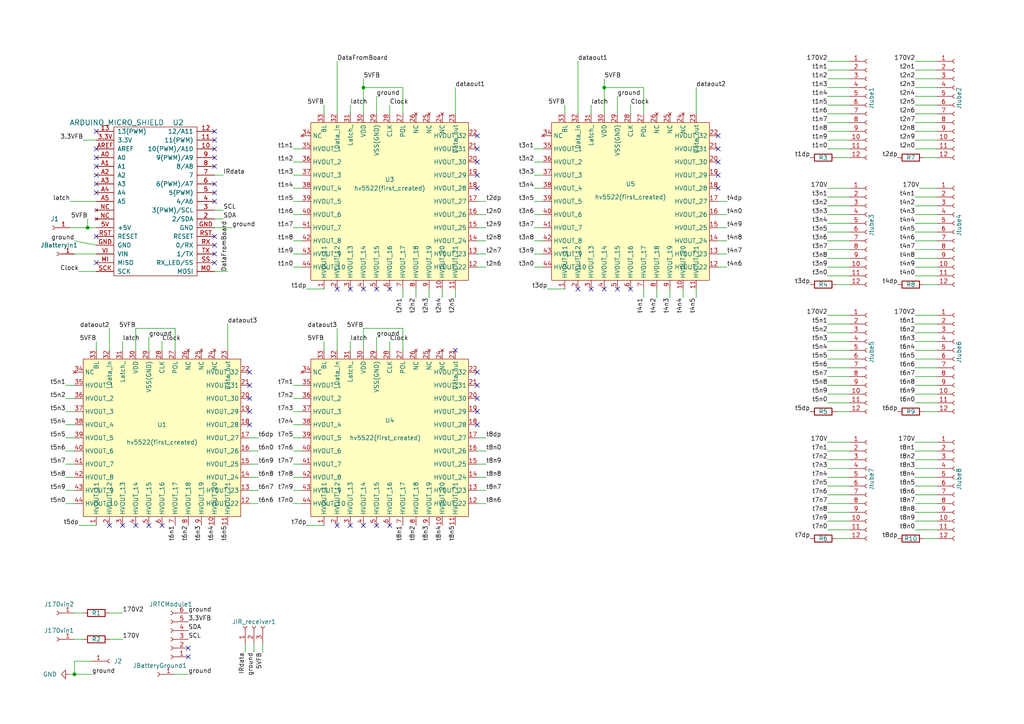
<source format=kicad_sch>
(kicad_sch (version 20211123) (generator eeschema)
  (paper "A4")
  (title_block (title "Divergence Meter control board") (date "2022-03-15") (rev "1.0"))
  (lib_symbols
    (symbol "Connector:Conn_01x01_Female" (pin_names (offset 1.016) hide)
      (property "Reference" "J" (at 0 2.54 0))
      (property "Value" "Conn_01x01_Female" (at 0 -2.54 0))
      (symbol "Conn_01x01_Female_1_1"
        (polyline (pts (xy -1.27 0) (xy -0.508 0)) (stroke (width 0.1524)))
        (arc (start 0 0.508) (mid -0.508 0) (end 0 -0.508) (stroke (width 0.1524)))
        (pin passive line (at -5.08 0 0) (length 3.81) (name "Pin_1") (number "1"))
      )
    )
    (symbol "Connector:Conn_01x03_Female" (pin_names (offset 1.016) hide)
      (property "Reference" "J" (at 0 5.08 0))
      (property "Value" "Conn_01x03_Female" (at 0 -5.08 0))
      (symbol "Conn_01x03_Female_1_1"
        (arc (start 0 -2.032) (mid -0.508 -2.54) (end 0 -3.048) (stroke (width 0.1524)))
        (polyline (pts (xy -1.27 -2.54) (xy -0.508 -2.54)) (stroke (width 0.1524)))
        (polyline (pts (xy -1.27 0) (xy -0.508 0)) (stroke (width 0.1524)))
        (polyline (pts (xy -1.27 2.54) (xy -0.508 2.54)) (stroke (width 0.1524)))
        (arc (start 0 0.508) (mid -0.508 0) (end 0 -0.508) (stroke (width 0.1524)))
        (arc (start 0 3.048) (mid -0.508 2.54) (end 0 2.032) (stroke (width 0.1524)))
        (pin passive line (at -5.08 2.54 0) (length 3.81) (name "Pin_1") (number "1"))
        (pin passive line (at -5.08 0 0) (length 3.81) (name "Pin_2") (number "2"))
        (pin passive line (at -5.08 -2.54 0) (length 3.81) (name "Pin_3") (number "3"))
      )
    )
    (symbol "Connector:Conn_01x06_Female" (pin_names (offset 1.016) hide)
      (property "Reference" "J" (at 0 7.62 0))
      (property "Value" "Conn_01x06_Female" (at 0 -10.16 0))
      (symbol "Conn_01x06_Female_1_1"
        (arc (start 0 -7.112) (mid -0.508 -7.62) (end 0 -8.128) (stroke (width 0.1524)))
        (arc (start 0 -4.572) (mid -0.508 -5.08) (end 0 -5.588) (stroke (width 0.1524)))
        (arc (start 0 -2.032) (mid -0.508 -2.54) (end 0 -3.048) (stroke (width 0.1524)))
        (polyline (pts (xy -1.27 -7.62) (xy -0.508 -7.62)) (stroke (width 0.1524)))
        (polyline (pts (xy -1.27 -5.08) (xy -0.508 -5.08)) (stroke (width 0.1524)))
        (polyline (pts (xy -1.27 -2.54) (xy -0.508 -2.54)) (stroke (width 0.1524)))
        (polyline (pts (xy -1.27 0) (xy -0.508 0)) (stroke (width 0.1524)))
        (polyline (pts (xy -1.27 2.54) (xy -0.508 2.54)) (stroke (width 0.1524)))
        (polyline (pts (xy -1.27 5.08) (xy -0.508 5.08)) (stroke (width 0.1524)))
        (arc (start 0 0.508) (mid -0.508 0) (end 0 -0.508) (stroke (width 0.1524)))
        (arc (start 0 3.048) (mid -0.508 2.54) (end 0 2.032) (stroke (width 0.1524)))
        (arc (start 0 5.588) (mid -0.508 5.08) (end 0 4.572) (stroke (width 0.1524)))
        (pin passive line (at -5.08 5.08 0) (length 3.81) (name "Pin_1") (number "1"))
        (pin passive line (at -5.08 2.54 0) (length 3.81) (name "Pin_2") (number "2"))
        (pin passive line (at -5.08 0 0) (length 3.81) (name "Pin_3") (number "3"))
        (pin passive line (at -5.08 -2.54 0) (length 3.81) (name "Pin_4") (number "4"))
        (pin passive line (at -5.08 -5.08 0) (length 3.81) (name "Pin_5") (number "5"))
        (pin passive line (at -5.08 -7.62 0) (length 3.81) (name "Pin_6") (number "6"))
      )
    )
    (symbol "Device:R" (pin_numbers hide) (pin_names (offset 0))
      (property "Reference" "R" (at 2.032 0 90))
      (property "Value" "R" (at 0 0 90))
      (symbol "R_0_1"
        (rectangle (start -1.016 -2.54) (end 1.016 2.54) (stroke (width 0.254)))
      )
      (symbol "R_1_1"
        (pin passive line (at 0 3.81 270) (length 1.27) (name "~") (number "1"))
        (pin passive line (at 0 -3.81 90) (length 1.27) (name "~") (number "2"))
      )
    )
    (symbol "arduino_micro_shield:ARDUINO_MICRO_SHIELD" (pin_names (offset 1.016))
      (property "Reference" "U" (at 44.45 10.16 0))
      (property "Value" "ARDUINO_MICRO_SHIELD" (at 21.59 15.24 0))
      (symbol "ARDUINO_MICRO_SHIELD_0_1"
        (rectangle (start 0 0) (end 43.18 24.13))
      )
      (symbol "ARDUINO_MICRO_SHIELD_1_1"
        (pin bidirectional line (at 36.83 -5.08 90) (length 5.08) (name "10(PWM)/A10") (number "10"))
        (pin bidirectional line (at 39.37 -5.08 90) (length 5.08) (name "11(PWM)") (number "11"))
        (pin bidirectional line (at 41.91 -5.08 90) (length 5.08) (name "12/A11") (number "12"))
        (pin bidirectional line (at 41.91 29.21 270) (length 5.08) (name "13(PWM)") (number "13"))
        (pin bidirectional line (at 16.51 -5.08 90) (length 5.08) (name "2/SDA") (number "2"))
        (pin bidirectional line (at 19.05 -5.08 90) (length 5.08) (name "3(PWM)/SCL") (number "3"))
        (pin power_in line (at 39.37 29.21 270) (length 5.08) (name "3.3V") (number "3.3V"))
        (pin bidirectional line (at 21.59 -5.08 90) (length 5.08) (name "4/A6") (number "4"))
        (pin bidirectional line (at 24.13 -5.08 90) (length 5.08) (name "5(PWM)") (number "5"))
        (pin power_in line (at 13.97 29.21 270) (length 5.08) (name "+5V") (number "5V"))
        (pin bidirectional line (at 26.67 -5.08 90) (length 5.08) (name "6(PWM)/A7") (number "6"))
        (pin bidirectional line (at 29.21 -5.08 90) (length 5.08) (name "7") (number "7"))
        (pin bidirectional line (at 31.75 -5.08 90) (length 5.08) (name "8/A8") (number "8"))
        (pin bidirectional line (at 34.29 -5.08 90) (length 5.08) (name "9(PWM)/A9") (number "9"))
        (pin bidirectional line (at 34.29 29.21 270) (length 5.08) (name "A0") (number "A0"))
        (pin bidirectional line (at 31.75 29.21 270) (length 5.08) (name "A1") (number "A1"))
        (pin bidirectional line (at 29.21 29.21 270) (length 5.08) (name "A2") (number "A2"))
        (pin bidirectional line (at 26.67 29.21 270) (length 5.08) (name "A3") (number "A3"))
        (pin bidirectional line (at 24.13 29.21 270) (length 5.08) (name "A4") (number "A4"))
        (pin bidirectional line (at 21.59 29.21 270) (length 5.08) (name "A5") (number "A5"))
        (pin power_in line (at 36.83 29.21 270) (length 5.08) (name "AREF") (number "AREF"))
        (pin power_in line (at 8.89 29.21 270) (length 5.08) (name "GND") (number "GND"))
        (pin power_in line (at 13.97 -5.08 90) (length 5.08) (name "GND") (number "GND"))
        (pin bidirectional line (at 3.81 29.21 270) (length 5.08) (name "MISO") (number "MI"))
        (pin bidirectional line (at 1.27 -5.08 90) (length 5.08) (name "MOSI") (number "MO"))
        (pin no_connect line (at 16.51 29.21 270) (length 5.08) (name "~") (number "NC"))
        (pin no_connect line (at 19.05 29.21 270) (length 5.08) (name "~") (number "NC"))
        (pin bidirectional line (at 11.43 -5.08 90) (length 5.08) (name "RESET") (number "RST"))
        (pin bidirectional line (at 11.43 29.21 270) (length 5.08) (name "RESET") (number "RST"))
        (pin bidirectional line (at 8.89 -5.08 90) (length 5.08) (name "0/RX") (number "RX"))
        (pin bidirectional line (at 1.27 29.21 270) (length 5.08) (name "SCK") (number "SCK"))
        (pin bidirectional line (at 3.81 -5.08 90) (length 5.08) (name "RX_LED/SS") (number "SS"))
        (pin bidirectional line (at 6.35 -5.08 90) (length 5.08) (name "1/TX") (number "TX"))
        (pin power_in line (at 6.35 29.21 270) (length 5.08) (name "VIN") (number "VI"))
      )
    )
    (symbol "power:GND" (power) (pin_names (offset 0))
      (property "Value" "GND" (at 0 -3.81 0))
      (symbol "GND_0_1"
        (polyline (pts (xy 0 0) (xy 0 -1.27) (xy 1.27 -1.27) (xy 0 -2.54) (xy -1.27 -1.27) (xy 0 -1.27)))
      )
      (symbol "GND_1_1"
        (pin power_in line (at 0 0 270) (length 0) hide (name "GND") (number "1"))
      )
    )
    (symbol "原件符号 library1:hv5522(first_created)"
      (property "Reference" "U" (at -19.05 -30.48 0))
      (property "Value" "hv5522(first_created)" (at 0 2.54 0))
      (property "Footprint" "Package_QFP:PQFP-44_10x10mm_P0.8mm" (at 0 0 0))
      (symbol "hv5522(first_created)_0_1"
        (rectangle (start 13.97 -11.43) (end 13.97 -11.43))
        (rectangle (start 19.05 -13.97) (end 19.05 -13.97))
        (rectangle (start 22.86 -22.86) (end -22.86 22.86) (fill (type background)))
      )
      (symbol "hv5522(first_created)_1_1"
        (pin output line (at -19.05 -25.4 90) (length 2.54) (name "HVOUT_11") (number "1"))
        (pin output line (at 15.24 -25.4 90) (length 2.54) (name "HVOUT_20") (number "10"))
        (pin output line (at 19.05 -25.4 90) (length 2.54) (name "HVOUT_21") (number "11"))
        (pin output line (at 25.4 -19.05 180) (length 2.54) (name "HVOUT_22") (number "12"))
        (pin output line (at 25.4 -15.24 180) (length 2.54) (name "HVOUT_23") (number "13"))
        (pin output line (at 25.4 -11.43 180) (length 2.54) (name "HVOUT_24") (number "14"))
        (pin output line (at 25.4 -7.62 180) (length 2.54) (name "HVOUT_25") (number "15"))
        (pin output line (at 25.4 -3.81 180) (length 2.54) (name "HVOUT_26") (number "16"))
        (pin output line (at 25.4 0 180) (length 2.54) (name "HVOUT_27") (number "17"))
        (pin output line (at 25.4 3.81 180) (length 2.54) (name "HVOUT_28") (number "18"))
        (pin output line (at 25.4 7.62 180) (length 2.54) (name "HVOUT_29") (number "19"))
        (pin output line (at -15.24 -25.4 90) (length 2.54) (name "HVOUT_12") (number "2"))
        (pin output line (at 25.4 11.43 180) (length 2.54) (name "HVOUT_30") (number "20"))
        (pin output line (at 25.4 15.24 180) (length 2.54) (name "HVOUT_31") (number "21"))
        (pin output line (at 25.4 19.05 180) (length 2.54) (name "HVOUT_32") (number "22"))
        (pin output line (at 19.05 25.4 270) (length 2.54) (name "Data_out") (number "23"))
        (pin no_connect line (at 15.24 25.4 270) (length 2.54) (name "NC") (number "24"))
        (pin no_connect line (at 11.43 25.4 270) (length 2.54) (name "NC") (number "25"))
        (pin no_connect line (at 7.62 25.4 270) (length 2.54) (name "NC") (number "26"))
        (pin input line (at 3.81 25.4 270) (length 2.54) (name "POL") (number "27"))
        (pin input line (at 0 25.4 270) (length 2.54) (name "CLK") (number "28"))
        (pin output line (at -3.81 25.4 270) (length 2.54) (name "VSS(GND)") (number "29"))
        (pin output line (at -11.43 -25.4 90) (length 2.54) (name "HVOUT_13") (number "3"))
        (pin input line (at -7.62 25.4 270) (length 2.54) (name "VDD") (number "30"))
        (pin input line (at -11.43 25.4 270) (length 2.54) (name "Latch_") (number "31"))
        (pin input line (at -15.24 25.4 270) (length 2.54) (name "Data_in") (number "32"))
        (pin input line (at -19.05 25.4 270) (length 2.54) (name "BL") (number "33"))
        (pin no_connect line (at -25.4 19.05 0) (length 2.54) (name "NC") (number "34"))
        (pin output line (at -25.4 15.24 0) (length 2.54) (name "HVOUT_1") (number "35"))
        (pin output line (at -25.4 11.43 0) (length 2.54) (name "HVOUT_2") (number "36"))
        (pin output line (at -25.4 7.62 0) (length 2.54) (name "HVOUT_3") (number "37"))
        (pin output line (at -25.4 3.81 0) (length 2.54) (name "HVOUT_4") (number "38"))
        (pin output line (at -25.4 0 0) (length 2.54) (name "HVOUT_5") (number "39"))
        (pin output line (at -7.62 -25.4 90) (length 2.54) (name "HVOUT_14") (number "4"))
        (pin output line (at -25.4 -3.81 0) (length 2.54) (name "HVOUT_6") (number "40"))
        (pin output line (at -25.4 -7.62 0) (length 2.54) (name "HVOUT_7") (number "41"))
        (pin output line (at -25.4 -11.43 0) (length 2.54) (name "HVOUT_8") (number "42"))
        (pin output line (at -25.4 -15.24 0) (length 2.54) (name "HVOUT_9") (number "43"))
        (pin output line (at -25.4 -19.05 0) (length 2.54) (name "HVOUT_10") (number "44"))
        (pin output line (at -3.81 -25.4 90) (length 2.54) (name "HVOUT_15") (number "5"))
        (pin output line (at 0 -25.4 90) (length 2.54) (name "HVOUT_16") (number "6"))
        (pin output line (at 3.81 -25.4 90) (length 2.54) (name "HVOUT_17") (number "7"))
        (pin output line (at 7.62 -25.4 90) (length 2.54) (name "HVOUT_18") (number "8"))
        (pin output line (at 11.43 -25.4 90) (length 2.54) (name "HVOUT_19") (number "9"))
      )
    )
    (symbol "原件符号 library1:ph2.0_terminal_for_5440" (pin_names (offset 1.016) hide)
      (property "Reference" "J" (at 0 15.24 0))
      (property "Value" "ph2.0_terminal_for_5440" (at 0 -17.78 0))
      (property "Footprint" "Connector_PinSocket_2.00mm:PinSocket_1x12_P2.00mm_Vertical" (at 33.02 3.81 0))
      (symbol "ph2.0_terminal_for_5440_1_1"
        (arc (start 0 -14.732) (mid -0.508 -15.24) (end 0 -15.748) (stroke (width 0.1524)))
        (arc (start 0 -12.192) (mid -0.508 -12.7) (end 0 -13.208) (stroke (width 0.1524)))
        (arc (start 0 -9.652) (mid -0.508 -10.16) (end 0 -10.668) (stroke (width 0.1524)))
        (arc (start 0 -7.112) (mid -0.508 -7.62) (end 0 -8.128) (stroke (width 0.1524)))
        (arc (start 0 -4.572) (mid -0.508 -5.08) (end 0 -5.588) (stroke (width 0.1524)))
        (arc (start 0 -2.032) (mid -0.508 -2.54) (end 0 -3.048) (stroke (width 0.1524)))
        (polyline (pts (xy -1.27 -15.24) (xy -0.508 -15.24)) (stroke (width 0.1524)))
        (polyline (pts (xy -1.27 -12.7) (xy -0.508 -12.7)) (stroke (width 0.1524)))
        (polyline (pts (xy -1.27 -10.16) (xy -0.508 -10.16)) (stroke (width 0.1524)))
        (polyline (pts (xy -1.27 -7.62) (xy -0.508 -7.62)) (stroke (width 0.1524)))
        (polyline (pts (xy -1.27 -5.08) (xy -0.508 -5.08)) (stroke (width 0.1524)))
        (polyline (pts (xy -1.27 -2.54) (xy -0.508 -2.54)) (stroke (width 0.1524)))
        (polyline (pts (xy -1.27 0) (xy -0.508 0)) (stroke (width 0.1524)))
        (polyline (pts (xy -1.27 2.54) (xy -0.508 2.54)) (stroke (width 0.1524)))
        (polyline (pts (xy -1.27 5.08) (xy -0.508 5.08)) (stroke (width 0.1524)))
        (polyline (pts (xy -1.27 7.62) (xy -0.508 7.62)) (stroke (width 0.1524)))
        (polyline (pts (xy -1.27 10.16) (xy -0.508 10.16)) (stroke (width 0.1524)))
        (polyline (pts (xy -1.27 12.7) (xy -0.508 12.7)) (stroke (width 0.1524)))
        (arc (start 0 0.508) (mid -0.508 0) (end 0 -0.508) (stroke (width 0.1524)))
        (arc (start 0 3.048) (mid -0.508 2.54) (end 0 2.032) (stroke (width 0.1524)))
        (arc (start 0 5.588) (mid -0.508 5.08) (end 0 4.572) (stroke (width 0.1524)))
        (arc (start 0 8.128) (mid -0.508 7.62) (end 0 7.112) (stroke (width 0.1524)))
        (arc (start 0 10.668) (mid -0.508 10.16) (end 0 9.652) (stroke (width 0.1524)))
        (arc (start 0 13.208) (mid -0.508 12.7) (end 0 12.192) (stroke (width 0.1524)))
        (pin passive line (at -5.08 12.7 0) (length 3.81) (name "Pin_1") (number "1"))
        (pin passive line (at -5.08 -10.16 0) (length 3.81) (name "Pin_10") (number "10"))
        (pin passive line (at -5.08 -12.7 0) (length 3.81) (name "Pin_11") (number "11"))
        (pin passive line (at -5.08 -15.24 0) (length 3.81) (name "Pin_12") (number "12"))
        (pin passive line (at -5.08 10.16 0) (length 3.81) (name "Pin_2") (number "2"))
        (pin passive line (at -5.08 7.62 0) (length 3.81) (name "Pin_3") (number "3"))
        (pin passive line (at -5.08 5.08 0) (length 3.81) (name "Pin_4") (number "4"))
        (pin passive line (at -5.08 2.54 0) (length 3.81) (name "Pin_5") (number "5"))
        (pin passive line (at -5.08 0 0) (length 3.81) (name "Pin_6") (number "6"))
        (pin passive line (at -5.08 -2.54 0) (length 3.81) (name "Pin_7") (number "7"))
        (pin passive line (at -5.08 -5.08 0) (length 3.81) (name "Pin_8") (number "8"))
        (pin passive line (at -5.08 -7.62 0) (length 3.81) (name "Pin_9") (number "9"))
      )
    )
  )
  (junction (at 105.41 25.4))
  (junction (at 21.59 195.58))
  (junction (at 25.4 66.04))
  (junction (at 175.26 25.4))
  (no_connect (at 138.43 50.8))
  (no_connect (at 138.43 46.99))
  (no_connect (at 138.43 43.18))
  (no_connect (at 138.43 39.37))
  (no_connect (at 101.6 83.82))
  (no_connect (at 113.03 83.82))
  (no_connect (at 105.41 83.82))
  (no_connect (at 109.22 83.82))
  (no_connect (at 138.43 107.95))
  (no_connect (at 138.43 111.76))
  (no_connect (at 138.43 115.57))
  (no_connect (at 138.43 119.38))
  (no_connect (at 72.39 119.38))
  (no_connect (at 72.39 115.57))
  (no_connect (at 72.39 111.76))
  (no_connect (at 72.39 107.95))
  (no_connect (at 39.37 152.4))
  (no_connect (at 35.56 152.4))
  (no_connect (at 43.18 152.4))
  (no_connect (at 46.99 152.4))
  (no_connect (at 105.41 152.4))
  (no_connect (at 109.22 152.4))
  (no_connect (at 101.6 152.4))
  (no_connect (at 113.03 152.4))
  (no_connect (at 175.26 83.82))
  (no_connect (at 179.07 83.82))
  (no_connect (at 171.45 83.82))
  (no_connect (at 182.88 83.82))
  (no_connect (at 208.28 50.8))
  (no_connect (at 208.28 46.99))
  (no_connect (at 208.28 39.37))
  (no_connect (at 208.28 43.18))
  (no_connect (at 62.23 71.12))
  (no_connect (at 62.23 68.58))
  (no_connect (at 27.94 68.58))
  (no_connect (at 27.94 76.2))
  (no_connect (at 138.43 54.61))
  (no_connect (at 97.79 83.82))
  (no_connect (at 138.43 123.19))
  (no_connect (at 31.75 152.4))
  (no_connect (at 97.79 152.4))
  (no_connect (at 167.64 83.82))
  (no_connect (at 208.28 54.61))
  (no_connect (at 27.94 55.88))
  (no_connect (at 27.94 50.8))
  (no_connect (at 27.94 53.34))
  (no_connect (at 27.94 38.1))
  (no_connect (at 27.94 45.72))
  (no_connect (at 27.94 48.26))
  (no_connect (at 62.23 58.42))
  (no_connect (at 62.23 55.88))
  (no_connect (at 62.23 53.34))
  (no_connect (at 62.23 48.26))
  (no_connect (at 62.23 45.72))
  (no_connect (at 62.23 38.1))
  (no_connect (at 62.23 43.18))
  (no_connect (at 62.23 40.64))
  (no_connect (at 62.23 73.66))
  (no_connect (at 62.23 76.2))
  (no_connect (at 54.61 190.5))
  (no_connect (at 54.61 187.96))
  (no_connect (at 27.94 43.18))
  (no_connect (at 132.08 101.6))
  (no_connect (at 72.39 123.19))
  (wire (pts (xy 265.43 133.35) (xy 271.78 133.35)))
  (wire (pts (xy 85.09 130.81) (xy 87.63 130.81)))
  (wire (pts (xy 124.46 83.82) (xy 124.46 86.36)))
  (wire (pts (xy 240.03 59.69) (xy 246.38 59.69)))
  (wire (pts (xy 138.43 142.24) (xy 140.97 142.24)))
  (wire (pts (xy 240.03 104.14) (xy 246.38 104.14)))
  (wire (pts (xy 265.43 80.01) (xy 271.78 80.01)))
  (wire (pts (xy 240.03 62.23) (xy 246.38 62.23)))
  (wire (pts (xy 22.86 78.74) (xy 27.94 78.74)))
  (wire (pts (xy 240.03 96.52) (xy 246.38 96.52)))
  (wire (pts (xy 105.41 25.4) (xy 105.41 22.86)))
  (wire (pts (xy 85.09 123.19) (xy 87.63 123.19)))
  (wire (pts (xy 240.03 25.4) (xy 246.38 25.4)))
  (wire (pts (xy 240.03 140.97) (xy 246.38 140.97)))
  (wire (pts (xy 113.03 99.06) (xy 113.03 101.6)))
  (wire (pts (xy 265.43 74.93) (xy 271.78 74.93)))
  (wire (pts (xy 265.43 67.31) (xy 271.78 67.31)))
  (wire (pts (xy 116.84 25.4) (xy 105.41 25.4)))
  (wire (pts (xy 175.26 33.02) (xy 175.26 25.4)))
  (wire (pts (xy 186.69 25.4) (xy 175.26 25.4)))
  (wire (pts (xy 154.94 50.8) (xy 157.48 50.8)))
  (wire (pts (xy 265.43 93.98) (xy 271.78 93.98)))
  (wire (pts (xy 265.43 140.97) (xy 271.78 140.97)))
  (wire (pts (xy 105.41 101.6) (xy 105.41 95.25)))
  (wire (pts (xy 25.4 66.04) (xy 25.4 63.5)))
  (wire (pts (xy 132.08 25.4) (xy 132.08 33.02)))
  (wire (pts (xy 109.22 97.79) (xy 109.22 101.6)))
  (wire (pts (xy 154.94 43.18) (xy 157.48 43.18)))
  (wire (pts (xy 21.59 177.8) (xy 24.13 177.8)))
  (wire (pts (xy 101.6 99.06) (xy 101.6 101.6)))
  (wire (pts (xy 240.03 130.81) (xy 246.38 130.81)))
  (wire (pts (xy 179.07 27.94) (xy 179.07 33.02)))
  (wire (pts (xy 265.43 99.06) (xy 271.78 99.06)))
  (wire (pts (xy 240.03 146.05) (xy 246.38 146.05)))
  (wire (pts (xy 240.03 57.15) (xy 246.38 57.15)))
  (wire (pts (xy 62.23 63.5) (xy 64.77 63.5)))
  (wire (pts (xy 265.43 148.59) (xy 271.78 148.59)))
  (wire (pts (xy 265.43 106.68) (xy 271.78 106.68)))
  (wire (pts (xy 31.75 185.42) (xy 35.56 185.42)))
  (wire (pts (xy 50.8 195.58) (xy 54.61 195.58)))
  (wire (pts (xy 25.4 66.04) (xy 27.94 66.04)))
  (wire (pts (xy 138.43 66.04) (xy 140.97 66.04)))
  (wire (pts (xy 240.03 101.6) (xy 246.38 101.6)))
  (wire (pts (xy 85.09 73.66) (xy 87.63 73.66)))
  (wire (pts (xy 265.43 62.23) (xy 271.78 62.23)))
  (wire (pts (xy 50.8 95.25) (xy 39.37 95.25)))
  (wire (pts (xy 266.7 54.61) (xy 271.78 54.61)))
  (wire (pts (xy 85.09 111.76) (xy 87.63 111.76)))
  (wire (pts (xy 19.05 142.24) (xy 21.59 142.24)))
  (wire (pts (xy 198.12 83.82) (xy 198.12 86.36)))
  (wire (pts (xy 240.03 67.31) (xy 246.38 67.31)))
  (wire (pts (xy 201.93 25.4) (xy 201.93 33.02)))
  (wire (pts (xy 240.03 143.51) (xy 246.38 143.51)))
  (wire (pts (xy 265.43 17.78) (xy 271.78 17.78)))
  (wire (pts (xy 116.84 33.02) (xy 116.84 25.4)))
  (wire (pts (xy 265.43 57.15) (xy 271.78 57.15)))
  (wire (pts (xy 85.09 119.38) (xy 87.63 119.38)))
  (wire (pts (xy 19.05 146.05) (xy 21.59 146.05)))
  (wire (pts (xy 265.43 101.6) (xy 271.78 101.6)))
  (wire (pts (xy 85.09 127) (xy 87.63 127)))
  (wire (pts (xy 85.09 50.8) (xy 87.63 50.8)))
  (wire (pts (xy 163.83 30.48) (xy 163.83 33.02)))
  (wire (pts (xy 138.43 134.62) (xy 140.97 134.62)))
  (wire (pts (xy 240.03 22.86) (xy 246.38 22.86)))
  (wire (pts (xy 240.03 43.18) (xy 246.38 43.18)))
  (wire (pts (xy 138.43 138.43) (xy 140.97 138.43)))
  (wire (pts (xy 116.84 101.6) (xy 116.84 95.25)))
  (wire (pts (xy 265.43 38.1) (xy 271.78 38.1)))
  (wire (pts (xy 85.09 77.47) (xy 87.63 77.47)))
  (wire (pts (xy 138.43 69.85) (xy 140.97 69.85)))
  (wire (pts (xy 265.43 146.05) (xy 271.78 146.05)))
  (wire (pts (xy 85.09 46.99) (xy 87.63 46.99)))
  (wire (pts (xy 208.28 66.04) (xy 210.82 66.04)))
  (wire (pts (xy 240.03 27.94) (xy 246.38 27.94)))
  (wire (pts (xy 242.57 45.72) (xy 246.38 45.72)))
  (wire (pts (xy 208.28 58.42) (xy 210.82 58.42)))
  (wire (pts (xy 242.57 82.55) (xy 246.38 82.55)))
  (wire (pts (xy 113.03 30.48) (xy 113.03 33.02)))
  (wire (pts (xy 240.03 17.78) (xy 246.38 17.78)))
  (wire (pts (xy 265.43 135.89) (xy 271.78 135.89)))
  (wire (pts (xy 208.28 62.23) (xy 210.82 62.23)))
  (wire (pts (xy 116.84 83.82) (xy 116.84 86.36)))
  (wire (pts (xy 85.09 66.04) (xy 87.63 66.04)))
  (wire (pts (xy 19.05 127) (xy 21.59 127)))
  (wire (pts (xy 175.26 25.4) (xy 175.26 22.86)))
  (wire (pts (xy 21.59 73.66) (xy 27.94 73.66)))
  (wire (pts (xy 85.09 54.61) (xy 87.63 54.61)))
  (wire (pts (xy 265.43 64.77) (xy 271.78 64.77)))
  (wire (pts (xy 19.05 111.76) (xy 21.59 111.76)))
  (wire (pts (xy 43.18 97.79) (xy 43.18 101.6)))
  (wire (pts (xy 240.03 99.06) (xy 246.38 99.06)))
  (wire (pts (xy 240.03 106.68) (xy 246.38 106.68)))
  (wire (pts (xy 154.94 73.66) (xy 157.48 73.66)))
  (wire (pts (xy 265.43 35.56) (xy 271.78 35.56)))
  (wire (pts (xy 271.78 128.27) (xy 265.43 128.27)))
  (wire (pts (xy 138.43 62.23) (xy 140.97 62.23)))
  (wire (pts (xy 138.43 77.47) (xy 140.97 77.47)))
  (wire (pts (xy 85.09 142.24) (xy 87.63 142.24)))
  (wire (pts (xy 71.12 186.69) (xy 71.12 189.23)))
  (wire (pts (xy 21.59 191.77) (xy 26.67 191.77)))
  (wire (pts (xy 76.2 186.69) (xy 76.2 189.23)))
  (wire (pts (xy 240.03 40.64) (xy 246.38 40.64)))
  (wire (pts (xy 240.03 151.13) (xy 246.38 151.13)))
  (wire (pts (xy 267.97 156.21) (xy 271.78 156.21)))
  (wire (pts (xy 265.43 20.32) (xy 271.78 20.32)))
  (wire (pts (xy 27.94 99.06) (xy 27.94 101.6)))
  (wire (pts (xy 35.56 99.06) (xy 35.56 101.6)))
  (wire (pts (xy 240.03 30.48) (xy 246.38 30.48)))
  (wire (pts (xy 109.22 27.94) (xy 109.22 33.02)))
  (wire (pts (xy 85.09 43.18) (xy 87.63 43.18)))
  (wire (pts (xy 265.43 59.69) (xy 271.78 59.69)))
  (wire (pts (xy 240.03 111.76) (xy 246.38 111.76)))
  (wire (pts (xy 21.59 195.58) (xy 26.67 195.58)))
  (wire (pts (xy 19.05 119.38) (xy 21.59 119.38)))
  (wire (pts (xy 265.43 77.47) (xy 271.78 77.47)))
  (wire (pts (xy 72.39 138.43) (xy 74.93 138.43)))
  (wire (pts (xy 265.43 40.64) (xy 271.78 40.64)))
  (wire (pts (xy 265.43 114.3) (xy 271.78 114.3)))
  (wire (pts (xy 242.57 119.38) (xy 246.38 119.38)))
  (wire (pts (xy 240.03 114.3) (xy 246.38 114.3)))
  (wire (pts (xy 265.43 109.22) (xy 271.78 109.22)))
  (wire (pts (xy 265.43 138.43) (xy 271.78 138.43)))
  (wire (pts (xy 246.38 91.44) (xy 240.03 91.44)))
  (wire (pts (xy 267.97 45.72) (xy 271.78 45.72)))
  (wire (pts (xy 154.94 69.85) (xy 157.48 69.85)))
  (wire (pts (xy 265.43 104.14) (xy 271.78 104.14)))
  (wire (pts (xy 265.43 96.52) (xy 271.78 96.52)))
  (wire (pts (xy 21.59 185.42) (xy 24.13 185.42)))
  (wire (pts (xy 19.05 138.43) (xy 21.59 138.43)))
  (wire (pts (xy 116.84 95.25) (xy 105.41 95.25)))
  (wire (pts (xy 154.94 77.47) (xy 157.48 77.47)))
  (wire (pts (xy 93.98 99.06) (xy 93.98 101.6)))
  (wire (pts (xy 88.9 152.4) (xy 93.98 152.4)))
  (wire (pts (xy 72.39 134.62) (xy 74.93 134.62)))
  (wire (pts (xy 240.03 93.98) (xy 246.38 93.98)))
  (wire (pts (xy 154.94 62.23) (xy 157.48 62.23)))
  (wire (pts (xy 85.09 69.85) (xy 87.63 69.85)))
  (wire (pts (xy 101.6 30.48) (xy 101.6 33.02)))
  (wire (pts (xy 240.03 69.85) (xy 246.38 69.85)))
  (wire (pts (xy 240.03 77.47) (xy 246.38 77.47)))
  (wire (pts (xy 240.03 153.67) (xy 246.38 153.67)))
  (wire (pts (xy 19.05 134.62) (xy 21.59 134.62)))
  (wire (pts (xy 267.97 82.55) (xy 271.78 82.55)))
  (wire (pts (xy 242.57 156.21) (xy 246.38 156.21)))
  (wire (pts (xy 240.03 148.59) (xy 246.38 148.59)))
  (wire (pts (xy 154.94 58.42) (xy 157.48 58.42)))
  (wire (pts (xy 138.43 146.05) (xy 140.97 146.05)))
  (wire (pts (xy 240.03 109.22) (xy 246.38 109.22)))
  (wire (pts (xy 20.32 195.58) (xy 21.59 195.58)))
  (wire (pts (xy 97.79 95.25) (xy 97.79 101.6)))
  (wire (pts (xy 39.37 101.6) (xy 39.37 95.25)))
  (wire (pts (xy 85.09 58.42) (xy 87.63 58.42)))
  (wire (pts (xy 240.03 38.1) (xy 246.38 38.1)))
  (wire (pts (xy 105.41 33.02) (xy 105.41 25.4)))
  (wire (pts (xy 208.28 77.47) (xy 210.82 77.47)))
  (wire (pts (xy 128.27 83.82) (xy 128.27 86.36)))
  (wire (pts (xy 240.03 20.32) (xy 246.38 20.32)))
  (wire (pts (xy 182.88 30.48) (xy 182.88 33.02)))
  (wire (pts (xy 265.43 43.18) (xy 271.78 43.18)))
  (wire (pts (xy 62.23 60.96) (xy 64.77 60.96)))
  (wire (pts (xy 190.5 83.82) (xy 190.5 86.36)))
  (wire (pts (xy 97.79 17.78) (xy 97.79 33.02)))
  (wire (pts (xy 240.03 54.61) (xy 246.38 54.61)))
  (wire (pts (xy 240.03 80.01) (xy 246.38 80.01)))
  (wire (pts (xy 132.08 83.82) (xy 132.08 86.36)))
  (wire (pts (xy 171.45 30.48) (xy 171.45 33.02)))
  (wire (pts (xy 20.32 66.04) (xy 25.4 66.04)))
  (wire (pts (xy 186.69 33.02) (xy 186.69 25.4)))
  (wire (pts (xy 88.9 83.82) (xy 93.98 83.82)))
  (wire (pts (xy 138.43 58.42) (xy 140.97 58.42)))
  (wire (pts (xy 240.03 116.84) (xy 246.38 116.84)))
  (wire (pts (xy 265.43 130.81) (xy 271.78 130.81)))
  (wire (pts (xy 265.43 30.48) (xy 271.78 30.48)))
  (wire (pts (xy 208.28 73.66) (xy 210.82 73.66)))
  (wire (pts (xy 66.04 93.98) (xy 66.04 101.6)))
  (wire (pts (xy 271.78 91.44) (xy 265.43 91.44)))
  (wire (pts (xy 240.03 128.27) (xy 246.38 128.27)))
  (wire (pts (xy 194.31 83.82) (xy 194.31 86.36)))
  (wire (pts (xy 72.39 142.24) (xy 74.93 142.24)))
  (wire (pts (xy 22.86 152.4) (xy 27.94 152.4)))
  (wire (pts (xy 85.09 62.23) (xy 87.63 62.23)))
  (wire (pts (xy 154.94 66.04) (xy 157.48 66.04)))
  (wire (pts (xy 21.59 195.58) (xy 21.59 191.77)))
  (wire (pts (xy 62.23 66.04) (xy 67.31 66.04)))
  (wire (pts (xy 240.03 35.56) (xy 246.38 35.56)))
  (wire (pts (xy 240.03 33.02) (xy 246.38 33.02)))
  (wire (pts (xy 19.05 115.57) (xy 21.59 115.57)))
  (wire (pts (xy 31.75 95.25) (xy 31.75 101.6)))
  (wire (pts (xy 240.03 74.93) (xy 246.38 74.93)))
  (wire (pts (xy 240.03 133.35) (xy 246.38 133.35)))
  (wire (pts (xy 265.43 27.94) (xy 271.78 27.94)))
  (wire (pts (xy 240.03 135.89) (xy 246.38 135.89)))
  (wire (pts (xy 24.13 40.64) (xy 27.94 40.64)))
  (wire (pts (xy 19.05 130.81) (xy 21.59 130.81)))
  (wire (pts (xy 265.43 116.84) (xy 271.78 116.84)))
  (wire (pts (xy 20.32 58.42) (xy 27.94 58.42)))
  (wire (pts (xy 154.94 54.61) (xy 157.48 54.61)))
  (wire (pts (xy 167.64 17.78) (xy 167.64 33.02)))
  (wire (pts (xy 64.77 50.8) (xy 62.23 50.8)))
  (wire (pts (xy 158.75 83.82) (xy 163.83 83.82)))
  (wire (pts (xy 240.03 64.77) (xy 246.38 64.77)))
  (wire (pts (xy 21.59 69.85) (xy 27.94 71.12)))
  (wire (pts (xy 72.39 127) (xy 74.93 127)))
  (wire (pts (xy 240.03 72.39) (xy 246.38 72.39)))
  (wire (pts (xy 265.43 22.86) (xy 271.78 22.86)))
  (wire (pts (xy 62.23 78.74) (xy 66.04 78.74)))
  (wire (pts (xy 265.43 151.13) (xy 271.78 151.13)))
  (wire (pts (xy 85.09 134.62) (xy 87.63 134.62)))
  (wire (pts (xy 31.75 177.8) (xy 35.56 177.8)))
  (wire (pts (xy 72.39 130.81) (xy 74.93 130.81)))
  (wire (pts (xy 201.93 83.82) (xy 201.93 86.36)))
  (wire (pts (xy 120.65 83.82) (xy 120.65 86.36)))
  (wire (pts (xy 265.43 25.4) (xy 271.78 25.4)))
  (wire (pts (xy 93.98 30.48) (xy 93.98 33.02)))
  (wire (pts (xy 267.97 119.38) (xy 271.78 119.38)))
  (wire (pts (xy 265.43 153.67) (xy 271.78 153.67)))
  (wire (pts (xy 265.43 72.39) (xy 271.78 72.39)))
  (wire (pts (xy 265.43 33.02) (xy 271.78 33.02)))
  (wire (pts (xy 46.99 99.06) (xy 46.99 101.6)))
  (wire (pts (xy 265.43 143.51) (xy 271.78 143.51)))
  (wire (pts (xy 208.28 69.85) (xy 210.82 69.85)))
  (wire (pts (xy 265.43 69.85) (xy 271.78 69.85)))
  (wire (pts (xy 50.8 101.6) (xy 50.8 95.25)))
  (wire (pts (xy 265.43 111.76) (xy 271.78 111.76)))
  (wire (pts (xy 85.09 115.57) (xy 87.63 115.57)))
  (wire (pts (xy 19.05 123.19) (xy 21.59 123.19)))
  (wire (pts (xy 73.66 186.69) (xy 73.66 189.23)))
  (wire (pts (xy 138.43 73.66) (xy 140.97 73.66)))
  (wire (pts (xy 154.94 46.99) (xy 157.48 46.99)))
  (wire (pts (xy 186.69 83.82) (xy 186.69 86.36)))
  (wire (pts (xy 138.43 130.81) (xy 140.97 130.81)))
  (wire (pts (xy 72.39 146.05) (xy 74.93 146.05)))
  (wire (pts (xy 85.09 146.05) (xy 87.63 146.05)))
  (wire (pts (xy 138.43 127) (xy 140.97 127)))
  (wire (pts (xy 85.09 138.43) (xy 87.63 138.43)))
  (wire (pts (xy 240.03 138.43) (xy 246.38 138.43)))
  (label "t7n9" (at 240.03 151.13 180))
  (label "t3n1" (at 154.94 43.18 180))
  (label "t3n1" (at 240.03 57.15 180))
  (label "t4n3" (at 194.31 86.36 270))
  (label "SCL" (at 64.77 60.96 0))
  (label "t8n3" (at 124.46 152.4 270))
  (label "t1n1" (at 240.03 20.32 180))
  (label "t4n1" (at 186.69 86.36 270))
  (label "dataout1" (at 132.08 25.4 0))
  (label "t7n8" (at 240.03 148.59 180))
  (label "latch" (at 35.56 99.06 0))
  (label "t2n1" (at 116.84 86.36 270))
  (label "t8n2" (at 265.43 133.35 180))
  (label "t1n3" (at 240.03 25.4 180))
  (label "t8n7" (at 265.43 146.05 180))
  (label "ground" (at 179.07 27.94 0))
  (label "t6n8" (at 74.93 138.43 0))
  (label "t6n8" (at 265.43 111.76 180))
  (label "ground" (at 21.59 69.85 180))
  (label "t4dp" (at 260.35 82.55 180))
  (label "t6n6" (at 265.43 106.68 180))
  (label "t4n7" (at 265.43 72.39 180))
  (label "SCL" (at 54.61 185.42 0))
  (label "t3n4" (at 240.03 64.77 180))
  (label "t4n9" (at 210.82 66.04 0))
  (label "t1n9" (at 85.09 73.66 180))
  (label "t3n2" (at 240.03 59.69 180))
  (label "t1n8" (at 85.09 69.85 180))
  (label "t3n4" (at 154.94 54.61 180))
  (label "t8n6" (at 140.97 146.05 0))
  (label "t7n3" (at 85.09 119.38 180))
  (label "ground" (at 26.67 195.58 0))
  (label "t2n5" (at 132.08 86.36 270))
  (label "t6n9" (at 74.93 134.62 0))
  (label "DataFromBoard" (at 97.79 17.78 0))
  (label "t8n4" (at 265.43 138.43 180))
  (label "t5n8" (at 19.05 138.43 180))
  (label "ground" (at 109.22 27.94 0))
  (label "t7n1" (at 240.03 130.81 180))
  (label "t6n2" (at 54.61 152.4 270))
  (label "170V" (at 265.43 128.27 180))
  (label "dataout3" (at 66.04 93.98 0))
  (label "DataFromBoard" (at 66.04 78.74 90))
  (label "t7n6" (at 240.03 143.51 180))
  (label "t5n1" (at 19.05 111.76 180))
  (label "t8n4" (at 128.27 152.4 270))
  (label "t8n6" (at 265.43 143.51 180))
  (label "5VFB" (at 93.98 99.06 180))
  (label "t3n6" (at 240.03 69.85 180))
  (label "t7n2" (at 85.09 115.57 180))
  (label "170V2" (at 35.56 177.8 0))
  (label "170V2" (at 265.43 17.78 180))
  (label "t8n9" (at 265.43 151.13 180))
  (label "ground" (at 109.22 97.79 0))
  (label "t8n7" (at 140.97 142.24 0))
  (label "t6n2" (at 265.43 96.52 180))
  (label "t4n7" (at 210.82 73.66 0))
  (label "t3dp" (at 234.95 82.55 180))
  (label "Clock" (at 113.03 30.48 0))
  (label "dataout1" (at 167.64 17.78 0))
  (label "t4n0" (at 265.43 80.01 180))
  (label "t4n2" (at 265.43 59.69 180))
  (label "t7n4" (at 85.09 123.19 180))
  (label "t3n3" (at 154.94 50.8 180))
  (label "ground" (at 54.61 195.58 0))
  (label "t7n7" (at 85.09 134.62 180))
  (label "t6n3" (at 265.43 99.06 180))
  (label "t5n4" (at 240.03 101.6 180))
  (label "t2dp" (at 140.97 58.42 0))
  (label "t5n3" (at 19.05 119.38 180))
  (label "t8dp" (at 140.97 127 0))
  (label "t8n5" (at 265.43 140.97 180))
  (label "t5n2" (at 240.03 96.52 180))
  (label "5VFB" (at 105.41 22.86 0))
  (label "t5n6" (at 19.05 130.81 180))
  (label "t8n1" (at 116.84 152.4 270))
  (label "SDA" (at 54.61 182.88 0))
  (label "t7n6" (at 85.09 130.81 180))
  (label "t1n5" (at 240.03 30.48 180))
  (label "t5dp" (at 22.86 152.4 180))
  (label "t4n2" (at 190.5 86.36 270))
  (label "t6n7" (at 74.93 142.24 0))
  (label "t1n7" (at 240.03 35.56 180))
  (label "3.3VFB" (at 54.61 180.34 0))
  (label "IRdata" (at 71.12 189.23 270))
  (label "t2n7" (at 140.97 73.66 0))
  (label "t6dp" (at 260.35 119.38 180))
  (label "t5n8" (at 240.03 111.76 180))
  (label "t1n9" (at 240.03 40.64 180))
  (label "t2n0" (at 265.43 43.18 180))
  (label "ground" (at 73.66 189.23 270))
  (label "t2dp" (at 260.35 45.72 180))
  (label "t1n3" (at 85.09 50.8 180))
  (label "t3n0" (at 154.94 77.47 180))
  (label "t6n5" (at 66.04 152.4 270))
  (label "t5n5" (at 19.05 127 180))
  (label "latch" (at 171.45 30.48 0))
  (label "170V2" (at 240.03 17.78 180))
  (label "t6n6" (at 74.93 146.05 0))
  (label "ground" (at 67.31 66.04 0))
  (label "t7dp" (at 88.9 152.4 180))
  (label "t4n5" (at 201.93 86.36 270))
  (label "ground" (at 43.18 97.79 0))
  (label "5VFB" (at 25.4 63.5 180))
  (label "t2n5" (at 265.43 30.48 180))
  (label "t3n7" (at 154.94 66.04 180))
  (label "t7n5" (at 240.03 140.97 180))
  (label "t5n5" (at 240.03 104.14 180))
  (label "t5n9" (at 19.05 142.24 180))
  (label "t3n8" (at 240.03 74.93 180))
  (label "t3n0" (at 240.03 80.01 180))
  (label "t7n0" (at 85.09 146.05 180))
  (label "dataout2" (at 201.93 25.4 0))
  (label "t1n4" (at 85.09 54.61 180))
  (label "t4n4" (at 265.43 64.77 180))
  (label "3.3VFB" (at 24.13 40.64 180))
  (label "t1n8" (at 240.03 38.1 180))
  (label "5VFB" (at 27.94 99.06 180))
  (label "t5n2" (at 19.05 115.57 180))
  (label "t4n6" (at 210.82 77.47 0))
  (label "dataout2" (at 31.75 95.25 180))
  (label "t1n0" (at 85.09 77.47 180))
  (label "t3n2" (at 154.94 46.99 180))
  (label "t1n6" (at 85.09 62.23 180))
  (label "5VFB" (at 163.83 30.48 180))
  (label "IRdata" (at 64.77 50.8 0))
  (label "ground" (at 54.61 177.8 0))
  (label "t7n1" (at 85.09 111.76 180))
  (label "t3n3" (at 240.03 62.23 180))
  (label "t6n1" (at 50.8 152.4 270))
  (label "t3dp" (at 158.75 83.82 180))
  (label "t3n9" (at 240.03 77.47 180))
  (label "t4n3" (at 265.43 62.23 180))
  (label "t2n8" (at 265.43 38.1 180))
  (label "t4n4" (at 198.12 86.36 270))
  (label "latch" (at 101.6 99.06 0))
  (label "t5n7" (at 240.03 109.22 180))
  (label "SDA" (at 64.77 63.5 0))
  (label "t3n9" (at 154.94 73.66 180))
  (label "t7n0" (at 240.03 153.67 180))
  (label "t2n2" (at 120.65 86.36 270))
  (label "Clock" (at 22.86 78.74 180))
  (label "t2n9" (at 265.43 40.64 180))
  (label "5VFB" (at 76.2 189.23 270))
  (label "t2n2" (at 265.43 22.86 180))
  (label "t6n1" (at 265.43 93.98 180))
  (label "t3n5" (at 240.03 67.31 180))
  (label "t6n3" (at 58.42 152.4 270))
  (label "t6n5" (at 265.43 104.14 180))
  (label "t6n0" (at 265.43 116.84 180))
  (label "t4n0" (at 210.82 62.23 0))
  (label "t7n3" (at 240.03 135.89 180))
  (label "t4n1" (at 265.43 57.15 180))
  (label "5VFB" (at 93.98 30.48 180))
  (label "t5dp" (at 234.95 119.38 180))
  (label "t4n6" (at 265.43 69.85 180))
  (label "5VFB" (at 39.37 95.25 180))
  (label "t1n6" (at 240.03 33.02 180))
  (label "Clock" (at 46.99 99.06 0))
  (label "t2n4" (at 265.43 27.94 180))
  (label "t8n8" (at 265.43 148.59 180))
  (label "t4n8" (at 210.82 69.85 0))
  (label "t5n0" (at 240.03 116.84 180))
  (label "5VFB" (at 175.26 22.86 0))
  (label "t2n4" (at 128.27 86.36 270))
  (label "dataout3" (at 97.79 95.25 180))
  (label "5VFB" (at 105.41 95.25 180))
  (label "t7dp" (at 234.95 156.21 180))
  (label "t5n7" (at 19.05 134.62 180))
  (label "t6n4" (at 62.23 152.4 270))
  (label "t5n0" (at 19.05 146.05 180))
  (label "t7n5" (at 85.09 127 180))
  (label "t2n6" (at 265.43 33.02 180))
  (label "t3n8" (at 154.94 69.85 180))
  (label "t1dp" (at 234.95 45.72 180))
  (label "t1n0" (at 240.03 43.18 180))
  (label "t4n5" (at 265.43 67.31 180))
  (label "t6n4" (at 265.43 101.6 180))
  (label "t7n7" (at 240.03 146.05 180))
  (label "t4n9" (at 265.43 77.47 180))
  (label "t3n7" (at 240.03 72.39 180))
  (label "t2n3" (at 124.46 86.36 270))
  (label "t2n3" (at 265.43 25.4 180))
  (label "170V2" (at 265.43 91.44 180))
  (label "t6n0" (at 74.93 130.81 0))
  (label "t1n2" (at 240.03 22.86 180))
  (label "t1n1" (at 85.09 43.18 180))
  (label "t8n2" (at 120.65 152.4 270))
  (label "t1n4" (at 240.03 27.94 180))
  (label "170V2" (at 240.03 91.44 180))
  (label "t6dp" (at 74.93 127 0))
  (label "t2n7" (at 265.43 35.56 180))
  (label "Clock" (at 113.03 99.06 0))
  (label "t8dp" (at 260.35 156.21 180))
  (label "t8n8" (at 140.97 138.43 0))
  (label "latch" (at 20.32 58.42 180))
  (label "Clock" (at 182.88 30.48 0))
  (label "t5n6" (at 240.03 106.68 180))
  (label "t2n0" (at 140.97 62.23 0))
  (label "170V" (at 35.56 185.42 0))
  (label "t8n0" (at 265.43 153.67 180))
  (label "t2n8" (at 140.97 69.85 0))
  (label "t8n0" (at 140.97 130.81 0))
  (label "t3n6" (at 154.94 62.23 180))
  (label "t7n9" (at 85.09 142.24 180))
  (label "t4dp" (at 210.82 58.42 0))
  (label "170V" (at 240.03 54.61 180))
  (label "t7n8" (at 85.09 138.43 180))
  (label "t2n9" (at 140.97 66.04 0))
  (label "t1n5" (at 85.09 58.42 180))
  (label "170V" (at 240.03 128.27 180))
  (label "t8n1" (at 265.43 130.81 180))
  (label "t2n6" (at 140.97 77.47 0))
  (label "t8n9" (at 140.97 134.62 0))
  (label "t5n4" (at 19.05 123.19 180))
  (label "t4n8" (at 265.43 74.93 180))
  (label "t2n1" (at 265.43 20.32 180))
  (label "170V" (at 266.7 54.61 180))
  (label "t6n9" (at 265.43 114.3 180))
  (label "latch" (at 101.6 30.48 0))
  (label "t8n3" (at 265.43 135.89 180))
  (label "t3n5" (at 154.94 58.42 180))
  (label "t1n2" (at 85.09 46.99 180))
  (label "t5n9" (at 240.03 114.3 180))
  (label "t8n5" (at 132.08 152.4 270))
  (label "t5n1" (at 240.03 93.98 180))
  (label "t1n7" (at 85.09 66.04 180))
  (label "t1dp" (at 88.9 83.82 180))
  (label "t6n7" (at 265.43 109.22 180))
  (label "t7n4" (at 240.03 138.43 180))
  (label "t5n3" (at 240.03 99.06 180))
  (label "t7n2" (at 240.03 133.35 180))
  (symbol (lib_id "Device:R") (at 238.76 82.55 90) (unit 1)
    (property "Reference" "R4" (at 238.76 82.55 90))
    (property "Value" "R" (effects hide))
    (property "Footprint" "Connector_PinSocket_2.00mm:PinSocket_1x02_P2.00mm_Vertical" (effects hide))
  )
  (symbol (lib_id "原件符号 library1:hv5522(first_created)") (at 113.03 58.42 0) (unit 1)
    (property "Reference" "U3" (at 113.03 52.07 0))
    (property "Value" "hv5522(first_created)" (at 113.03 54.61 0))
    (property "Footprint" "Package_QFP:PQFP-44_10x10mm_P0.8mm" (effects hide))
  )
  (symbol (lib_id "Connector:Conn_01x06_Female") (at 49.53 185.42 180) (unit 1)
    (property "Reference" "JRTCModule1" (at 49.53 175.26 0))
    (property "Value" "Conn_01x06_Female" (effects hide))
    (property "Footprint" "Connector_PinHeader_2.54mm:PinHeader_1x06_P2.54mm_Vertical" (effects hide))
  )
  (symbol (lib_id "Device:R") (at 238.76 156.21 90) (unit 1)
    (property "Reference" "R6" (at 238.76 156.21 90))
    (property "Value" "R" (effects hide))
    (property "Footprint" "Connector_PinSocket_2.00mm:PinSocket_1x02_P2.00mm_Vertical" (effects hide))
  )
  (symbol (lib_id "Device:R") (at 264.16 45.72 90) (unit 1)
    (property "Reference" "R7" (at 264.16 45.72 90))
    (property "Value" "R" (effects hide))
    (property "Footprint" "Connector_PinSocket_2.00mm:PinSocket_1x02_P2.00mm_Vertical" (effects hide))
  )
  (symbol (lib_id "原件符号 library1:ph2.0_terminal_for_5440") (at 276.86 67.31 0) (unit 1)
    (property "Reference" "Jtube4" (at 278.13 68.5799 90) (effects (justify left)))
    (property "Value" "ph2.0_terminal_for_5440" (effects hide))
    (property "Footprint" "Connector_PinSocket_2.00mm:PinSocket_1x12_P2.00mm_Vertical" (effects hide))
  )
  (symbol (lib_id "原件符号 library1:hv5522(first_created)") (at 113.03 127 0) (unit 1)
    (property "Reference" "U4" (at 113.03 121.92 0))
    (property "Value" "hv5522(first_created)" (at 111.76 127 0))
    (property "Footprint" "Package_QFP:PQFP-44_10x10mm_P0.8mm" (effects hide))
  )
  (symbol (lib_id "Device:R") (at 264.16 82.55 90) (unit 1)
    (property "Reference" "R8" (at 264.16 82.55 90))
    (property "Value" "R" (effects hide))
    (property "Footprint" "Connector_PinSocket_2.00mm:PinSocket_1x02_P2.00mm_Vertical" (effects hide))
  )
  (symbol (lib_id "原件符号 library1:ph2.0_terminal_for_5440") (at 251.46 104.14 0) (unit 1)
    (property "Reference" "Jtube5" (at 252.73 105.4099 90) (effects (justify left)))
    (property "Value" "ph2.0_terminal_for_5440" (effects hide))
    (property "Footprint" "Connector_PinSocket_2.00mm:PinSocket_1x12_P2.00mm_Vertical" (effects hide))
  )
  (symbol (lib_id "原件符号 library1:ph2.0_terminal_for_5440") (at 276.86 104.14 0) (unit 1)
    (property "Reference" "Jtube6" (at 278.13 105.4099 90) (effects (justify left)))
    (property "Value" "ph2.0_terminal_for_5440" (effects hide))
    (property "Footprint" "Connector_PinSocket_2.00mm:PinSocket_1x12_P2.00mm_Vertical" (effects hide))
  )
  (symbol (lib_id "Connector:Conn_01x01_Female") (at 16.51 177.8 180) (unit 1)
    (property "Reference" "J170vin2" (at 17.145 175.26 0))
    (property "Value" "Conn_01x01_Female" (effects hide))
    (property "Footprint" "Connector_PinSocket_2.00mm:PinSocket_1x01_P2.00mm_Vertical" (effects hide))
  )
  (symbol (lib_id "原件符号 library1:ph2.0_terminal_for_5440") (at 276.86 140.97 0) (unit 1)
    (property "Reference" "Jtube8" (at 278.13 142.2399 90) (effects (justify left)))
    (property "Value" "ph2.0_terminal_for_5440" (effects hide))
    (property "Footprint" "Connector_PinSocket_2.00mm:PinSocket_1x12_P2.00mm_Vertical" (effects hide))
  )
  (symbol (lib_id "power:GND") (at 20.32 195.58 270) (unit 1)
    (property "Reference" "#PWR0101" (effects hide))
    (property "Value" "GND" (at 16.51 195.5799 90) (effects (justify right)))
  )
  (symbol (lib_id "原件符号 library1:ph2.0_terminal_for_5440") (at 251.46 140.97 0) (unit 1)
    (property "Reference" "Jtube7" (at 252.73 142.2399 90) (effects (justify left)))
    (property "Value" "ph2.0_terminal_for_5440" (effects hide))
    (property "Footprint" "Connector_PinSocket_2.00mm:PinSocket_1x12_P2.00mm_Vertical" (effects hide))
  )
  (symbol (lib_id "Device:R") (at 27.94 185.42 90) (unit 1)
    (property "Reference" "R2" (at 27.94 185.42 90))
    (property "Value" "R" (effects hide))
    (property "Footprint" "Connector_PinSocket_2.00mm:PinSocket_1x02_P2.00mm_Vertical" (effects hide))
  )
  (symbol (lib_id "原件符号 library1:ph2.0_terminal_for_5440") (at 276.86 30.48 0) (unit 1)
    (property "Reference" "Jtube2" (at 278.13 31.7499 90) (effects (justify left)))
    (property "Value" "ph2.0_terminal_for_5440" (effects hide))
    (property "Footprint" "Connector_PinSocket_2.00mm:PinSocket_1x12_P2.00mm_Vertical" (effects hide))
  )
  (symbol (lib_id "原件符号 library1:hv5522(first_created)") (at 182.88 58.42 0) (unit 1)
    (property "Reference" "U5" (at 182.88 53.34 0))
    (property "Value" "hv5522(first_created)" (at 182.88 57.15 0))
    (property "Footprint" "Package_QFP:PQFP-44_10x10mm_P0.8mm" (effects hide))
  )
  (symbol (lib_id "原件符号 library1:hv5522(first_created)") (at 46.99 127 0) (unit 1)
    (property "Reference" "U1" (at 46.99 123.19 0))
    (property "Value" "hv5522(first_created)" (at 46.99 128.27 0))
    (property "Footprint" "Package_QFP:PQFP-44_10x10mm_P0.8mm" (effects hide))
  )
  (symbol (lib_id "Connector:Conn_01x01_Female") (at 15.24 66.04 180) (unit 1)
    (property "Reference" "J1" (at 15.875 63.5 0))
    (property "Value" "Conn_01x01_Female" (effects hide))
    (property "Footprint" "Connector_PinSocket_2.00mm:PinSocket_1x01_P2.00mm_Vertical" (effects hide))
  )
  (symbol (lib_id "原件符号 library1:ph2.0_terminal_for_5440") (at 251.46 67.31 0) (unit 1)
    (property "Reference" "Jtube3" (at 252.73 68.5799 90) (effects (justify left)))
    (property "Value" "ph2.0_terminal_for_5440" (effects hide))
    (property "Footprint" "Connector_PinSocket_2.00mm:PinSocket_1x12_P2.00mm_Vertical" (effects hide))
  )
  (symbol (lib_id "Connector:Conn_01x01_Female") (at 31.75 191.77 0) (unit 1)
    (property "Reference" "J2" (at 33.02 191.7699 0) (effects (justify left)))
    (property "Value" "Conn_01x01_Female" (effects hide))
    (property "Footprint" "Connector_PinSocket_2.00mm:PinSocket_1x01_P2.00mm_Vertical" (effects hide))
  )
  (symbol (lib_id "arduino_micro_shield:ARDUINO_MICRO_SHIELD") (at 57.15 80.01 90) (unit 1)
    (property "Reference" "U2" (at 53.34 35.56 90) (effects (font (size 1.524 1.524)) (justify left)))
    (property "Value" "ARDUINO_MICRO_SHIELD" (at 47.625 35.56 90) (effects (font (size 1.524 1.524)) (justify left)))
    (property "Footprint" "Module:ARDUINO_MICRO_SHIELD" (effects hide))
  )
  (symbol (lib_id "Connector:Conn_01x01_Female") (at 16.51 185.42 180) (unit 1)
    (property "Reference" "J170vin1" (at 17.145 182.88 0))
    (property "Value" "Conn_01x01_Female" (effects hide))
    (property "Footprint" "Connector_PinSocket_2.00mm:PinSocket_1x01_P2.00mm_Vertical" (effects hide))
  )
  (symbol (lib_id "Connector:Conn_01x01_Female") (at 45.72 195.58 180) (unit 1)
    (property "Reference" "JBatteryGround1" (at 46.355 193.04 0))
    (property "Value" "Conn_01x01_Female" (effects hide))
    (property "Footprint" "Connector_PinHeader_2.54mm:PinHeader_1x01_P2.54mm_Vertical" (effects hide))
  )
  (symbol (lib_id "原件符号 library1:ph2.0_terminal_for_5440") (at 251.46 30.48 0) (unit 1)
    (property "Reference" "Jtube1" (at 252.73 31.7499 90) (effects (justify left)))
    (property "Value" "ph2.0_terminal_for_5440" (effects hide))
    (property "Footprint" "Connector_PinSocket_2.00mm:PinSocket_1x12_P2.00mm_Vertical" (effects hide))
  )
  (symbol (lib_id "Device:R") (at 264.16 156.21 90) (unit 1)
    (property "Reference" "R10" (at 264.16 156.21 90))
    (property "Value" "R" (effects hide))
    (property "Footprint" "Connector_PinSocket_2.00mm:PinSocket_1x02_P2.00mm_Vertical" (effects hide))
  )
  (symbol (lib_id "Connector:Conn_01x01_Female") (at 16.51 73.66 180) (unit 1)
    (property "Reference" "JBatteryIn1" (at 17.145 71.12 0))
    (property "Value" "Conn_01x01_Female" (effects hide))
    (property "Footprint" "Connector_PinHeader_2.54mm:PinHeader_1x01_P2.54mm_Vertical" (effects hide))
  )
  (symbol (lib_id "Device:R") (at 238.76 45.72 90) (unit 1)
    (property "Reference" "R3" (at 238.76 45.72 90))
    (property "Value" "R" (effects hide))
    (property "Footprint" "Connector_PinSocket_2.00mm:PinSocket_1x02_P2.00mm_Vertical" (effects hide))
  )
  (symbol (lib_id "Device:R") (at 27.94 177.8 90) (unit 1)
    (property "Reference" "R1" (at 27.94 177.8 90))
    (property "Value" "R" (effects hide))
    (property "Footprint" "Connector_PinSocket_2.00mm:PinSocket_1x02_P2.00mm_Vertical" (effects hide))
  )
  (symbol (lib_id "Device:R") (at 264.16 119.38 90) (unit 1)
    (property "Reference" "R9" (at 264.16 119.38 90))
    (property "Value" "R" (effects hide))
    (property "Footprint" "Connector_PinSocket_2.00mm:PinSocket_1x02_P2.00mm_Vertical" (effects hide))
  )
  (symbol (lib_id "Connector:Conn_01x03_Female") (at 73.66 181.61 90) (unit 1)
    (property "Reference" "JIR_receiver1" (at 73.66 180.34 90))
    (property "Value" "Conn_01x03_Female" (effects hide))
    (property "Footprint" "Connector_PinHeader_2.54mm:PinHeader_1x03_P2.54mm_Vertical" (effects hide))
  )
  (symbol (lib_id "Device:R") (at 238.76 119.38 90) (unit 1)
    (property "Reference" "R5" (at 238.76 119.38 90))
    (property "Value" "R" (effects hide))
    (property "Footprint" "Connector_PinSocket_2.00mm:PinSocket_1x02_P2.00mm_Vertical" (effects hide))
  )
)
</source>
